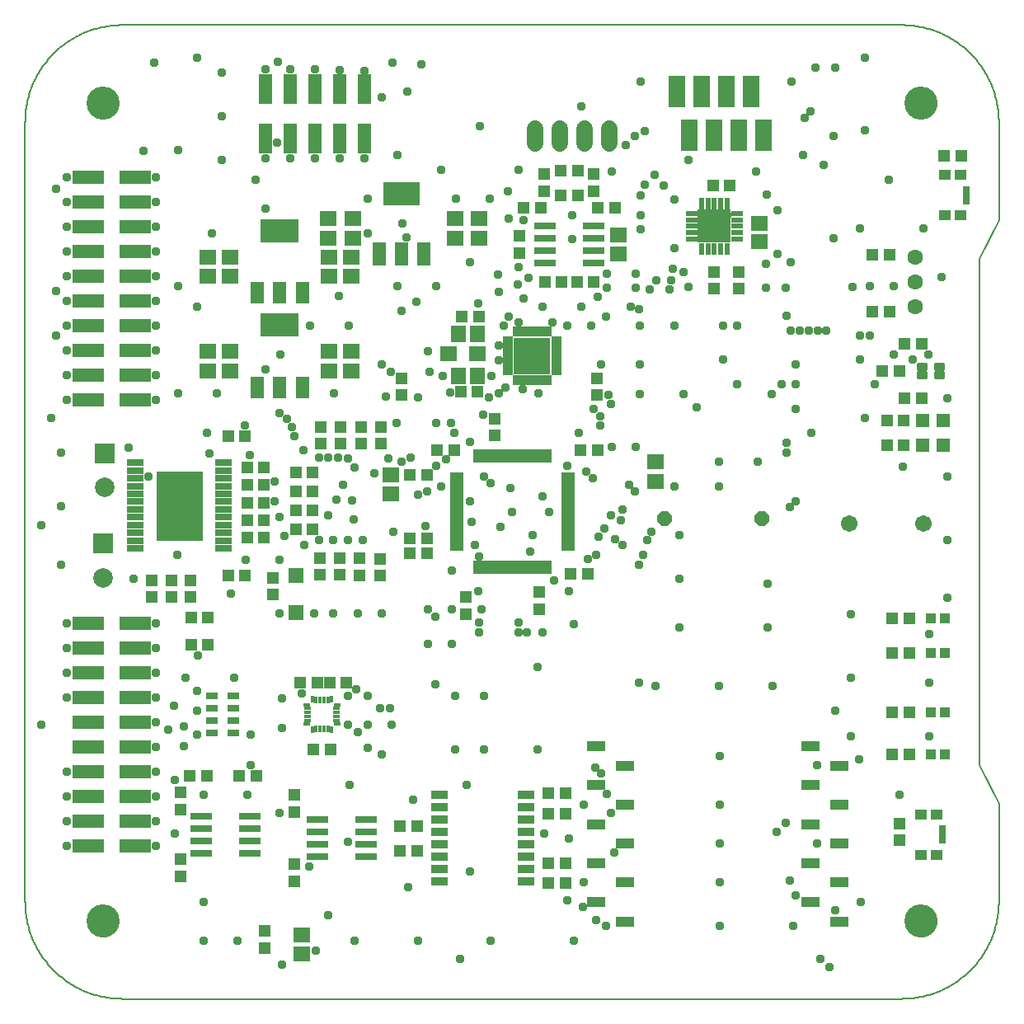
<source format=gts>
G75*
%MOIN*%
%OFA0B0*%
%FSLAX25Y25*%
%IPPOS*%
%LPD*%
%AMOC8*
5,1,8,0,0,1.08239X$1,22.5*
%
%ADD10C,0.00600*%
%ADD11C,0.00000*%
%ADD12C,0.13398*%
%ADD13R,0.12800X0.05800*%
%ADD14R,0.05800X0.12300*%
%ADD15R,0.07099X0.05918*%
%ADD16R,0.05300X0.08800*%
%ADD17R,0.15367X0.09461*%
%ADD18R,0.06706X0.12611*%
%ADD19R,0.03950X0.03950*%
%ADD20R,0.04737X0.05131*%
%ADD21R,0.05524X0.01981*%
%ADD22R,0.05524X0.02091*%
%ADD23R,0.01981X0.05524*%
%ADD24R,0.05052X0.04934*%
%ADD25R,0.04934X0.05052*%
%ADD26R,0.05131X0.04737*%
%ADD27R,0.04737X0.04343*%
%ADD28R,0.02965X0.07493*%
%ADD29C,0.01593*%
%ADD30C,0.06312*%
%ADD31R,0.08600X0.03000*%
%ADD32R,0.07493X0.04146*%
%ADD33R,0.05524X0.05524*%
%ADD34R,0.06706X0.05918*%
%ADD35R,0.04000X0.02000*%
%ADD36R,0.02000X0.04000*%
%ADD37R,0.14600X0.14600*%
%ADD38R,0.05918X0.07099*%
%ADD39R,0.07099X0.06312*%
%ADD40C,0.06706*%
%ADD41R,0.05131X0.03162*%
%ADD42R,0.01780X0.00414*%
%ADD43R,0.00414X0.01790*%
%ADD44R,0.01796X0.00398*%
%ADD45R,0.00404X0.01778*%
%ADD46R,0.00413X0.01781*%
%ADD47R,0.01799X0.00425*%
%ADD48R,0.00409X0.01784*%
%ADD49R,0.01778X0.00402*%
%ADD50R,0.01784X0.02749*%
%ADD51R,0.01784X0.03162*%
%ADD52R,0.02749X0.01784*%
%ADD53R,0.03162X0.01784*%
%ADD54OC8,0.05950*%
%ADD55R,0.06800X0.03300*%
%ADD56R,0.06706X0.02769*%
%ADD57R,0.18517X0.28359*%
%ADD58R,0.06312X0.06312*%
%ADD59R,0.07887X0.07887*%
%ADD60C,0.07887*%
%ADD61R,0.05600X0.09600*%
%ADD62R,0.14973X0.09461*%
%ADD63C,0.06800*%
%ADD64R,0.02178X0.04540*%
%ADD65R,0.04540X0.02178*%
%ADD66R,0.13595X0.13595*%
%ADD67C,0.03778*%
%ADD68C,0.04369*%
D10*
X0073544Y0042166D02*
X0388505Y0042166D01*
X0389456Y0042177D01*
X0390407Y0042212D01*
X0391357Y0042269D01*
X0392305Y0042350D01*
X0393251Y0042453D01*
X0394194Y0042579D01*
X0395133Y0042728D01*
X0396069Y0042899D01*
X0397000Y0043094D01*
X0397927Y0043310D01*
X0398848Y0043549D01*
X0399763Y0043810D01*
X0400671Y0044093D01*
X0401572Y0044398D01*
X0402466Y0044724D01*
X0403351Y0045073D01*
X0404228Y0045442D01*
X0405096Y0045832D01*
X0405953Y0046244D01*
X0406801Y0046676D01*
X0407638Y0047128D01*
X0408464Y0047600D01*
X0409278Y0048092D01*
X0410080Y0048604D01*
X0410870Y0049135D01*
X0411646Y0049685D01*
X0412409Y0050253D01*
X0413158Y0050840D01*
X0413892Y0051445D01*
X0414612Y0052067D01*
X0415317Y0052707D01*
X0416005Y0053363D01*
X0416678Y0054036D01*
X0417334Y0054724D01*
X0417974Y0055429D01*
X0418596Y0056149D01*
X0419201Y0056883D01*
X0419788Y0057632D01*
X0420356Y0058395D01*
X0420906Y0059171D01*
X0421437Y0059961D01*
X0421949Y0060763D01*
X0422441Y0061577D01*
X0422913Y0062403D01*
X0423365Y0063240D01*
X0423797Y0064088D01*
X0424209Y0064945D01*
X0424599Y0065813D01*
X0424968Y0066690D01*
X0425317Y0067575D01*
X0425643Y0068469D01*
X0425948Y0069370D01*
X0426231Y0070278D01*
X0426492Y0071193D01*
X0426731Y0072114D01*
X0426947Y0073041D01*
X0427142Y0073972D01*
X0427313Y0074908D01*
X0427462Y0075847D01*
X0427588Y0076790D01*
X0427691Y0077736D01*
X0427772Y0078684D01*
X0427829Y0079634D01*
X0427864Y0080585D01*
X0427875Y0081536D01*
X0427875Y0120906D01*
X0420001Y0136654D01*
X0420001Y0341379D01*
X0427875Y0357127D01*
X0427875Y0396497D01*
X0427864Y0397448D01*
X0427829Y0398399D01*
X0427772Y0399349D01*
X0427691Y0400297D01*
X0427588Y0401243D01*
X0427462Y0402186D01*
X0427313Y0403125D01*
X0427142Y0404061D01*
X0426947Y0404992D01*
X0426731Y0405919D01*
X0426492Y0406840D01*
X0426231Y0407755D01*
X0425948Y0408663D01*
X0425643Y0409564D01*
X0425317Y0410458D01*
X0424968Y0411343D01*
X0424599Y0412220D01*
X0424209Y0413088D01*
X0423797Y0413945D01*
X0423365Y0414793D01*
X0422913Y0415630D01*
X0422441Y0416456D01*
X0421949Y0417270D01*
X0421437Y0418072D01*
X0420906Y0418862D01*
X0420356Y0419638D01*
X0419788Y0420401D01*
X0419201Y0421150D01*
X0418596Y0421884D01*
X0417974Y0422604D01*
X0417334Y0423309D01*
X0416678Y0423997D01*
X0416005Y0424670D01*
X0415317Y0425326D01*
X0414612Y0425966D01*
X0413892Y0426588D01*
X0413158Y0427193D01*
X0412409Y0427780D01*
X0411646Y0428348D01*
X0410870Y0428898D01*
X0410080Y0429429D01*
X0409278Y0429941D01*
X0408464Y0430433D01*
X0407638Y0430905D01*
X0406801Y0431357D01*
X0405953Y0431789D01*
X0405096Y0432201D01*
X0404228Y0432591D01*
X0403351Y0432960D01*
X0402466Y0433309D01*
X0401572Y0433635D01*
X0400671Y0433940D01*
X0399763Y0434223D01*
X0398848Y0434484D01*
X0397927Y0434723D01*
X0397000Y0434939D01*
X0396069Y0435134D01*
X0395133Y0435305D01*
X0394194Y0435454D01*
X0393251Y0435580D01*
X0392305Y0435683D01*
X0391357Y0435764D01*
X0390407Y0435821D01*
X0389456Y0435856D01*
X0388505Y0435867D01*
X0073544Y0435867D01*
X0072593Y0435856D01*
X0071642Y0435821D01*
X0070692Y0435764D01*
X0069744Y0435683D01*
X0068798Y0435580D01*
X0067855Y0435454D01*
X0066916Y0435305D01*
X0065980Y0435134D01*
X0065049Y0434939D01*
X0064122Y0434723D01*
X0063201Y0434484D01*
X0062286Y0434223D01*
X0061378Y0433940D01*
X0060477Y0433635D01*
X0059583Y0433309D01*
X0058698Y0432960D01*
X0057821Y0432591D01*
X0056953Y0432201D01*
X0056096Y0431789D01*
X0055248Y0431357D01*
X0054411Y0430905D01*
X0053585Y0430433D01*
X0052771Y0429941D01*
X0051969Y0429429D01*
X0051179Y0428898D01*
X0050403Y0428348D01*
X0049640Y0427780D01*
X0048891Y0427193D01*
X0048157Y0426588D01*
X0047437Y0425966D01*
X0046732Y0425326D01*
X0046044Y0424670D01*
X0045371Y0423997D01*
X0044715Y0423309D01*
X0044075Y0422604D01*
X0043453Y0421884D01*
X0042848Y0421150D01*
X0042261Y0420401D01*
X0041693Y0419638D01*
X0041143Y0418862D01*
X0040612Y0418072D01*
X0040100Y0417270D01*
X0039608Y0416456D01*
X0039136Y0415630D01*
X0038684Y0414793D01*
X0038252Y0413945D01*
X0037840Y0413088D01*
X0037450Y0412220D01*
X0037081Y0411343D01*
X0036732Y0410458D01*
X0036406Y0409564D01*
X0036101Y0408663D01*
X0035818Y0407755D01*
X0035557Y0406840D01*
X0035318Y0405919D01*
X0035102Y0404992D01*
X0034907Y0404061D01*
X0034736Y0403125D01*
X0034587Y0402186D01*
X0034461Y0401243D01*
X0034358Y0400297D01*
X0034277Y0399349D01*
X0034220Y0398399D01*
X0034185Y0397448D01*
X0034174Y0396497D01*
X0034174Y0081536D01*
X0034185Y0080585D01*
X0034220Y0079634D01*
X0034277Y0078684D01*
X0034358Y0077736D01*
X0034461Y0076790D01*
X0034587Y0075847D01*
X0034736Y0074908D01*
X0034907Y0073972D01*
X0035102Y0073041D01*
X0035318Y0072114D01*
X0035557Y0071193D01*
X0035818Y0070278D01*
X0036101Y0069370D01*
X0036406Y0068469D01*
X0036732Y0067575D01*
X0037081Y0066690D01*
X0037450Y0065813D01*
X0037840Y0064945D01*
X0038252Y0064088D01*
X0038684Y0063240D01*
X0039136Y0062403D01*
X0039608Y0061577D01*
X0040100Y0060763D01*
X0040612Y0059961D01*
X0041143Y0059171D01*
X0041693Y0058395D01*
X0042261Y0057632D01*
X0042848Y0056883D01*
X0043453Y0056149D01*
X0044075Y0055429D01*
X0044715Y0054724D01*
X0045371Y0054036D01*
X0046044Y0053363D01*
X0046732Y0052707D01*
X0047437Y0052067D01*
X0048157Y0051445D01*
X0048891Y0050840D01*
X0049640Y0050253D01*
X0050403Y0049685D01*
X0051179Y0049135D01*
X0051969Y0048604D01*
X0052771Y0048092D01*
X0053585Y0047600D01*
X0054411Y0047128D01*
X0055248Y0046676D01*
X0056096Y0046244D01*
X0056953Y0045832D01*
X0057821Y0045442D01*
X0058698Y0045073D01*
X0059583Y0044724D01*
X0060477Y0044398D01*
X0061378Y0044093D01*
X0062286Y0043810D01*
X0063201Y0043549D01*
X0064122Y0043310D01*
X0065049Y0043094D01*
X0065980Y0042899D01*
X0066916Y0042728D01*
X0067855Y0042579D01*
X0068798Y0042453D01*
X0069744Y0042350D01*
X0070692Y0042269D01*
X0071642Y0042212D01*
X0072593Y0042177D01*
X0073544Y0042166D01*
D11*
X0059371Y0073662D02*
X0059373Y0073820D01*
X0059379Y0073978D01*
X0059389Y0074136D01*
X0059403Y0074294D01*
X0059421Y0074451D01*
X0059442Y0074608D01*
X0059468Y0074764D01*
X0059498Y0074920D01*
X0059531Y0075075D01*
X0059569Y0075228D01*
X0059610Y0075381D01*
X0059655Y0075533D01*
X0059704Y0075684D01*
X0059757Y0075833D01*
X0059813Y0075981D01*
X0059873Y0076127D01*
X0059937Y0076272D01*
X0060005Y0076415D01*
X0060076Y0076557D01*
X0060150Y0076697D01*
X0060228Y0076834D01*
X0060310Y0076970D01*
X0060394Y0077104D01*
X0060483Y0077235D01*
X0060574Y0077364D01*
X0060669Y0077491D01*
X0060766Y0077616D01*
X0060867Y0077738D01*
X0060971Y0077857D01*
X0061078Y0077974D01*
X0061188Y0078088D01*
X0061301Y0078199D01*
X0061416Y0078308D01*
X0061534Y0078413D01*
X0061655Y0078515D01*
X0061778Y0078615D01*
X0061904Y0078711D01*
X0062032Y0078804D01*
X0062162Y0078894D01*
X0062295Y0078980D01*
X0062430Y0079064D01*
X0062566Y0079143D01*
X0062705Y0079220D01*
X0062846Y0079292D01*
X0062988Y0079362D01*
X0063132Y0079427D01*
X0063278Y0079489D01*
X0063425Y0079547D01*
X0063574Y0079602D01*
X0063724Y0079653D01*
X0063875Y0079700D01*
X0064027Y0079743D01*
X0064180Y0079782D01*
X0064335Y0079818D01*
X0064490Y0079849D01*
X0064646Y0079877D01*
X0064802Y0079901D01*
X0064959Y0079921D01*
X0065117Y0079937D01*
X0065274Y0079949D01*
X0065433Y0079957D01*
X0065591Y0079961D01*
X0065749Y0079961D01*
X0065907Y0079957D01*
X0066066Y0079949D01*
X0066223Y0079937D01*
X0066381Y0079921D01*
X0066538Y0079901D01*
X0066694Y0079877D01*
X0066850Y0079849D01*
X0067005Y0079818D01*
X0067160Y0079782D01*
X0067313Y0079743D01*
X0067465Y0079700D01*
X0067616Y0079653D01*
X0067766Y0079602D01*
X0067915Y0079547D01*
X0068062Y0079489D01*
X0068208Y0079427D01*
X0068352Y0079362D01*
X0068494Y0079292D01*
X0068635Y0079220D01*
X0068774Y0079143D01*
X0068910Y0079064D01*
X0069045Y0078980D01*
X0069178Y0078894D01*
X0069308Y0078804D01*
X0069436Y0078711D01*
X0069562Y0078615D01*
X0069685Y0078515D01*
X0069806Y0078413D01*
X0069924Y0078308D01*
X0070039Y0078199D01*
X0070152Y0078088D01*
X0070262Y0077974D01*
X0070369Y0077857D01*
X0070473Y0077738D01*
X0070574Y0077616D01*
X0070671Y0077491D01*
X0070766Y0077364D01*
X0070857Y0077235D01*
X0070946Y0077104D01*
X0071030Y0076970D01*
X0071112Y0076834D01*
X0071190Y0076697D01*
X0071264Y0076557D01*
X0071335Y0076415D01*
X0071403Y0076272D01*
X0071467Y0076127D01*
X0071527Y0075981D01*
X0071583Y0075833D01*
X0071636Y0075684D01*
X0071685Y0075533D01*
X0071730Y0075381D01*
X0071771Y0075228D01*
X0071809Y0075075D01*
X0071842Y0074920D01*
X0071872Y0074764D01*
X0071898Y0074608D01*
X0071919Y0074451D01*
X0071937Y0074294D01*
X0071951Y0074136D01*
X0071961Y0073978D01*
X0071967Y0073820D01*
X0071969Y0073662D01*
X0071967Y0073504D01*
X0071961Y0073346D01*
X0071951Y0073188D01*
X0071937Y0073030D01*
X0071919Y0072873D01*
X0071898Y0072716D01*
X0071872Y0072560D01*
X0071842Y0072404D01*
X0071809Y0072249D01*
X0071771Y0072096D01*
X0071730Y0071943D01*
X0071685Y0071791D01*
X0071636Y0071640D01*
X0071583Y0071491D01*
X0071527Y0071343D01*
X0071467Y0071197D01*
X0071403Y0071052D01*
X0071335Y0070909D01*
X0071264Y0070767D01*
X0071190Y0070627D01*
X0071112Y0070490D01*
X0071030Y0070354D01*
X0070946Y0070220D01*
X0070857Y0070089D01*
X0070766Y0069960D01*
X0070671Y0069833D01*
X0070574Y0069708D01*
X0070473Y0069586D01*
X0070369Y0069467D01*
X0070262Y0069350D01*
X0070152Y0069236D01*
X0070039Y0069125D01*
X0069924Y0069016D01*
X0069806Y0068911D01*
X0069685Y0068809D01*
X0069562Y0068709D01*
X0069436Y0068613D01*
X0069308Y0068520D01*
X0069178Y0068430D01*
X0069045Y0068344D01*
X0068910Y0068260D01*
X0068774Y0068181D01*
X0068635Y0068104D01*
X0068494Y0068032D01*
X0068352Y0067962D01*
X0068208Y0067897D01*
X0068062Y0067835D01*
X0067915Y0067777D01*
X0067766Y0067722D01*
X0067616Y0067671D01*
X0067465Y0067624D01*
X0067313Y0067581D01*
X0067160Y0067542D01*
X0067005Y0067506D01*
X0066850Y0067475D01*
X0066694Y0067447D01*
X0066538Y0067423D01*
X0066381Y0067403D01*
X0066223Y0067387D01*
X0066066Y0067375D01*
X0065907Y0067367D01*
X0065749Y0067363D01*
X0065591Y0067363D01*
X0065433Y0067367D01*
X0065274Y0067375D01*
X0065117Y0067387D01*
X0064959Y0067403D01*
X0064802Y0067423D01*
X0064646Y0067447D01*
X0064490Y0067475D01*
X0064335Y0067506D01*
X0064180Y0067542D01*
X0064027Y0067581D01*
X0063875Y0067624D01*
X0063724Y0067671D01*
X0063574Y0067722D01*
X0063425Y0067777D01*
X0063278Y0067835D01*
X0063132Y0067897D01*
X0062988Y0067962D01*
X0062846Y0068032D01*
X0062705Y0068104D01*
X0062566Y0068181D01*
X0062430Y0068260D01*
X0062295Y0068344D01*
X0062162Y0068430D01*
X0062032Y0068520D01*
X0061904Y0068613D01*
X0061778Y0068709D01*
X0061655Y0068809D01*
X0061534Y0068911D01*
X0061416Y0069016D01*
X0061301Y0069125D01*
X0061188Y0069236D01*
X0061078Y0069350D01*
X0060971Y0069467D01*
X0060867Y0069586D01*
X0060766Y0069708D01*
X0060669Y0069833D01*
X0060574Y0069960D01*
X0060483Y0070089D01*
X0060394Y0070220D01*
X0060310Y0070354D01*
X0060228Y0070490D01*
X0060150Y0070627D01*
X0060076Y0070767D01*
X0060005Y0070909D01*
X0059937Y0071052D01*
X0059873Y0071197D01*
X0059813Y0071343D01*
X0059757Y0071491D01*
X0059704Y0071640D01*
X0059655Y0071791D01*
X0059610Y0071943D01*
X0059569Y0072096D01*
X0059531Y0072249D01*
X0059498Y0072404D01*
X0059468Y0072560D01*
X0059442Y0072716D01*
X0059421Y0072873D01*
X0059403Y0073030D01*
X0059389Y0073188D01*
X0059379Y0073346D01*
X0059373Y0073504D01*
X0059371Y0073662D01*
X0059371Y0404371D02*
X0059373Y0404529D01*
X0059379Y0404687D01*
X0059389Y0404845D01*
X0059403Y0405003D01*
X0059421Y0405160D01*
X0059442Y0405317D01*
X0059468Y0405473D01*
X0059498Y0405629D01*
X0059531Y0405784D01*
X0059569Y0405937D01*
X0059610Y0406090D01*
X0059655Y0406242D01*
X0059704Y0406393D01*
X0059757Y0406542D01*
X0059813Y0406690D01*
X0059873Y0406836D01*
X0059937Y0406981D01*
X0060005Y0407124D01*
X0060076Y0407266D01*
X0060150Y0407406D01*
X0060228Y0407543D01*
X0060310Y0407679D01*
X0060394Y0407813D01*
X0060483Y0407944D01*
X0060574Y0408073D01*
X0060669Y0408200D01*
X0060766Y0408325D01*
X0060867Y0408447D01*
X0060971Y0408566D01*
X0061078Y0408683D01*
X0061188Y0408797D01*
X0061301Y0408908D01*
X0061416Y0409017D01*
X0061534Y0409122D01*
X0061655Y0409224D01*
X0061778Y0409324D01*
X0061904Y0409420D01*
X0062032Y0409513D01*
X0062162Y0409603D01*
X0062295Y0409689D01*
X0062430Y0409773D01*
X0062566Y0409852D01*
X0062705Y0409929D01*
X0062846Y0410001D01*
X0062988Y0410071D01*
X0063132Y0410136D01*
X0063278Y0410198D01*
X0063425Y0410256D01*
X0063574Y0410311D01*
X0063724Y0410362D01*
X0063875Y0410409D01*
X0064027Y0410452D01*
X0064180Y0410491D01*
X0064335Y0410527D01*
X0064490Y0410558D01*
X0064646Y0410586D01*
X0064802Y0410610D01*
X0064959Y0410630D01*
X0065117Y0410646D01*
X0065274Y0410658D01*
X0065433Y0410666D01*
X0065591Y0410670D01*
X0065749Y0410670D01*
X0065907Y0410666D01*
X0066066Y0410658D01*
X0066223Y0410646D01*
X0066381Y0410630D01*
X0066538Y0410610D01*
X0066694Y0410586D01*
X0066850Y0410558D01*
X0067005Y0410527D01*
X0067160Y0410491D01*
X0067313Y0410452D01*
X0067465Y0410409D01*
X0067616Y0410362D01*
X0067766Y0410311D01*
X0067915Y0410256D01*
X0068062Y0410198D01*
X0068208Y0410136D01*
X0068352Y0410071D01*
X0068494Y0410001D01*
X0068635Y0409929D01*
X0068774Y0409852D01*
X0068910Y0409773D01*
X0069045Y0409689D01*
X0069178Y0409603D01*
X0069308Y0409513D01*
X0069436Y0409420D01*
X0069562Y0409324D01*
X0069685Y0409224D01*
X0069806Y0409122D01*
X0069924Y0409017D01*
X0070039Y0408908D01*
X0070152Y0408797D01*
X0070262Y0408683D01*
X0070369Y0408566D01*
X0070473Y0408447D01*
X0070574Y0408325D01*
X0070671Y0408200D01*
X0070766Y0408073D01*
X0070857Y0407944D01*
X0070946Y0407813D01*
X0071030Y0407679D01*
X0071112Y0407543D01*
X0071190Y0407406D01*
X0071264Y0407266D01*
X0071335Y0407124D01*
X0071403Y0406981D01*
X0071467Y0406836D01*
X0071527Y0406690D01*
X0071583Y0406542D01*
X0071636Y0406393D01*
X0071685Y0406242D01*
X0071730Y0406090D01*
X0071771Y0405937D01*
X0071809Y0405784D01*
X0071842Y0405629D01*
X0071872Y0405473D01*
X0071898Y0405317D01*
X0071919Y0405160D01*
X0071937Y0405003D01*
X0071951Y0404845D01*
X0071961Y0404687D01*
X0071967Y0404529D01*
X0071969Y0404371D01*
X0071967Y0404213D01*
X0071961Y0404055D01*
X0071951Y0403897D01*
X0071937Y0403739D01*
X0071919Y0403582D01*
X0071898Y0403425D01*
X0071872Y0403269D01*
X0071842Y0403113D01*
X0071809Y0402958D01*
X0071771Y0402805D01*
X0071730Y0402652D01*
X0071685Y0402500D01*
X0071636Y0402349D01*
X0071583Y0402200D01*
X0071527Y0402052D01*
X0071467Y0401906D01*
X0071403Y0401761D01*
X0071335Y0401618D01*
X0071264Y0401476D01*
X0071190Y0401336D01*
X0071112Y0401199D01*
X0071030Y0401063D01*
X0070946Y0400929D01*
X0070857Y0400798D01*
X0070766Y0400669D01*
X0070671Y0400542D01*
X0070574Y0400417D01*
X0070473Y0400295D01*
X0070369Y0400176D01*
X0070262Y0400059D01*
X0070152Y0399945D01*
X0070039Y0399834D01*
X0069924Y0399725D01*
X0069806Y0399620D01*
X0069685Y0399518D01*
X0069562Y0399418D01*
X0069436Y0399322D01*
X0069308Y0399229D01*
X0069178Y0399139D01*
X0069045Y0399053D01*
X0068910Y0398969D01*
X0068774Y0398890D01*
X0068635Y0398813D01*
X0068494Y0398741D01*
X0068352Y0398671D01*
X0068208Y0398606D01*
X0068062Y0398544D01*
X0067915Y0398486D01*
X0067766Y0398431D01*
X0067616Y0398380D01*
X0067465Y0398333D01*
X0067313Y0398290D01*
X0067160Y0398251D01*
X0067005Y0398215D01*
X0066850Y0398184D01*
X0066694Y0398156D01*
X0066538Y0398132D01*
X0066381Y0398112D01*
X0066223Y0398096D01*
X0066066Y0398084D01*
X0065907Y0398076D01*
X0065749Y0398072D01*
X0065591Y0398072D01*
X0065433Y0398076D01*
X0065274Y0398084D01*
X0065117Y0398096D01*
X0064959Y0398112D01*
X0064802Y0398132D01*
X0064646Y0398156D01*
X0064490Y0398184D01*
X0064335Y0398215D01*
X0064180Y0398251D01*
X0064027Y0398290D01*
X0063875Y0398333D01*
X0063724Y0398380D01*
X0063574Y0398431D01*
X0063425Y0398486D01*
X0063278Y0398544D01*
X0063132Y0398606D01*
X0062988Y0398671D01*
X0062846Y0398741D01*
X0062705Y0398813D01*
X0062566Y0398890D01*
X0062430Y0398969D01*
X0062295Y0399053D01*
X0062162Y0399139D01*
X0062032Y0399229D01*
X0061904Y0399322D01*
X0061778Y0399418D01*
X0061655Y0399518D01*
X0061534Y0399620D01*
X0061416Y0399725D01*
X0061301Y0399834D01*
X0061188Y0399945D01*
X0061078Y0400059D01*
X0060971Y0400176D01*
X0060867Y0400295D01*
X0060766Y0400417D01*
X0060669Y0400542D01*
X0060574Y0400669D01*
X0060483Y0400798D01*
X0060394Y0400929D01*
X0060310Y0401063D01*
X0060228Y0401199D01*
X0060150Y0401336D01*
X0060076Y0401476D01*
X0060005Y0401618D01*
X0059937Y0401761D01*
X0059873Y0401906D01*
X0059813Y0402052D01*
X0059757Y0402200D01*
X0059704Y0402349D01*
X0059655Y0402500D01*
X0059610Y0402652D01*
X0059569Y0402805D01*
X0059531Y0402958D01*
X0059498Y0403113D01*
X0059468Y0403269D01*
X0059442Y0403425D01*
X0059421Y0403582D01*
X0059403Y0403739D01*
X0059389Y0403897D01*
X0059379Y0404055D01*
X0059373Y0404213D01*
X0059371Y0404371D01*
X0390080Y0404371D02*
X0390082Y0404529D01*
X0390088Y0404687D01*
X0390098Y0404845D01*
X0390112Y0405003D01*
X0390130Y0405160D01*
X0390151Y0405317D01*
X0390177Y0405473D01*
X0390207Y0405629D01*
X0390240Y0405784D01*
X0390278Y0405937D01*
X0390319Y0406090D01*
X0390364Y0406242D01*
X0390413Y0406393D01*
X0390466Y0406542D01*
X0390522Y0406690D01*
X0390582Y0406836D01*
X0390646Y0406981D01*
X0390714Y0407124D01*
X0390785Y0407266D01*
X0390859Y0407406D01*
X0390937Y0407543D01*
X0391019Y0407679D01*
X0391103Y0407813D01*
X0391192Y0407944D01*
X0391283Y0408073D01*
X0391378Y0408200D01*
X0391475Y0408325D01*
X0391576Y0408447D01*
X0391680Y0408566D01*
X0391787Y0408683D01*
X0391897Y0408797D01*
X0392010Y0408908D01*
X0392125Y0409017D01*
X0392243Y0409122D01*
X0392364Y0409224D01*
X0392487Y0409324D01*
X0392613Y0409420D01*
X0392741Y0409513D01*
X0392871Y0409603D01*
X0393004Y0409689D01*
X0393139Y0409773D01*
X0393275Y0409852D01*
X0393414Y0409929D01*
X0393555Y0410001D01*
X0393697Y0410071D01*
X0393841Y0410136D01*
X0393987Y0410198D01*
X0394134Y0410256D01*
X0394283Y0410311D01*
X0394433Y0410362D01*
X0394584Y0410409D01*
X0394736Y0410452D01*
X0394889Y0410491D01*
X0395044Y0410527D01*
X0395199Y0410558D01*
X0395355Y0410586D01*
X0395511Y0410610D01*
X0395668Y0410630D01*
X0395826Y0410646D01*
X0395983Y0410658D01*
X0396142Y0410666D01*
X0396300Y0410670D01*
X0396458Y0410670D01*
X0396616Y0410666D01*
X0396775Y0410658D01*
X0396932Y0410646D01*
X0397090Y0410630D01*
X0397247Y0410610D01*
X0397403Y0410586D01*
X0397559Y0410558D01*
X0397714Y0410527D01*
X0397869Y0410491D01*
X0398022Y0410452D01*
X0398174Y0410409D01*
X0398325Y0410362D01*
X0398475Y0410311D01*
X0398624Y0410256D01*
X0398771Y0410198D01*
X0398917Y0410136D01*
X0399061Y0410071D01*
X0399203Y0410001D01*
X0399344Y0409929D01*
X0399483Y0409852D01*
X0399619Y0409773D01*
X0399754Y0409689D01*
X0399887Y0409603D01*
X0400017Y0409513D01*
X0400145Y0409420D01*
X0400271Y0409324D01*
X0400394Y0409224D01*
X0400515Y0409122D01*
X0400633Y0409017D01*
X0400748Y0408908D01*
X0400861Y0408797D01*
X0400971Y0408683D01*
X0401078Y0408566D01*
X0401182Y0408447D01*
X0401283Y0408325D01*
X0401380Y0408200D01*
X0401475Y0408073D01*
X0401566Y0407944D01*
X0401655Y0407813D01*
X0401739Y0407679D01*
X0401821Y0407543D01*
X0401899Y0407406D01*
X0401973Y0407266D01*
X0402044Y0407124D01*
X0402112Y0406981D01*
X0402176Y0406836D01*
X0402236Y0406690D01*
X0402292Y0406542D01*
X0402345Y0406393D01*
X0402394Y0406242D01*
X0402439Y0406090D01*
X0402480Y0405937D01*
X0402518Y0405784D01*
X0402551Y0405629D01*
X0402581Y0405473D01*
X0402607Y0405317D01*
X0402628Y0405160D01*
X0402646Y0405003D01*
X0402660Y0404845D01*
X0402670Y0404687D01*
X0402676Y0404529D01*
X0402678Y0404371D01*
X0402676Y0404213D01*
X0402670Y0404055D01*
X0402660Y0403897D01*
X0402646Y0403739D01*
X0402628Y0403582D01*
X0402607Y0403425D01*
X0402581Y0403269D01*
X0402551Y0403113D01*
X0402518Y0402958D01*
X0402480Y0402805D01*
X0402439Y0402652D01*
X0402394Y0402500D01*
X0402345Y0402349D01*
X0402292Y0402200D01*
X0402236Y0402052D01*
X0402176Y0401906D01*
X0402112Y0401761D01*
X0402044Y0401618D01*
X0401973Y0401476D01*
X0401899Y0401336D01*
X0401821Y0401199D01*
X0401739Y0401063D01*
X0401655Y0400929D01*
X0401566Y0400798D01*
X0401475Y0400669D01*
X0401380Y0400542D01*
X0401283Y0400417D01*
X0401182Y0400295D01*
X0401078Y0400176D01*
X0400971Y0400059D01*
X0400861Y0399945D01*
X0400748Y0399834D01*
X0400633Y0399725D01*
X0400515Y0399620D01*
X0400394Y0399518D01*
X0400271Y0399418D01*
X0400145Y0399322D01*
X0400017Y0399229D01*
X0399887Y0399139D01*
X0399754Y0399053D01*
X0399619Y0398969D01*
X0399483Y0398890D01*
X0399344Y0398813D01*
X0399203Y0398741D01*
X0399061Y0398671D01*
X0398917Y0398606D01*
X0398771Y0398544D01*
X0398624Y0398486D01*
X0398475Y0398431D01*
X0398325Y0398380D01*
X0398174Y0398333D01*
X0398022Y0398290D01*
X0397869Y0398251D01*
X0397714Y0398215D01*
X0397559Y0398184D01*
X0397403Y0398156D01*
X0397247Y0398132D01*
X0397090Y0398112D01*
X0396932Y0398096D01*
X0396775Y0398084D01*
X0396616Y0398076D01*
X0396458Y0398072D01*
X0396300Y0398072D01*
X0396142Y0398076D01*
X0395983Y0398084D01*
X0395826Y0398096D01*
X0395668Y0398112D01*
X0395511Y0398132D01*
X0395355Y0398156D01*
X0395199Y0398184D01*
X0395044Y0398215D01*
X0394889Y0398251D01*
X0394736Y0398290D01*
X0394584Y0398333D01*
X0394433Y0398380D01*
X0394283Y0398431D01*
X0394134Y0398486D01*
X0393987Y0398544D01*
X0393841Y0398606D01*
X0393697Y0398671D01*
X0393555Y0398741D01*
X0393414Y0398813D01*
X0393275Y0398890D01*
X0393139Y0398969D01*
X0393004Y0399053D01*
X0392871Y0399139D01*
X0392741Y0399229D01*
X0392613Y0399322D01*
X0392487Y0399418D01*
X0392364Y0399518D01*
X0392243Y0399620D01*
X0392125Y0399725D01*
X0392010Y0399834D01*
X0391897Y0399945D01*
X0391787Y0400059D01*
X0391680Y0400176D01*
X0391576Y0400295D01*
X0391475Y0400417D01*
X0391378Y0400542D01*
X0391283Y0400669D01*
X0391192Y0400798D01*
X0391103Y0400929D01*
X0391019Y0401063D01*
X0390937Y0401199D01*
X0390859Y0401336D01*
X0390785Y0401476D01*
X0390714Y0401618D01*
X0390646Y0401761D01*
X0390582Y0401906D01*
X0390522Y0402052D01*
X0390466Y0402200D01*
X0390413Y0402349D01*
X0390364Y0402500D01*
X0390319Y0402652D01*
X0390278Y0402805D01*
X0390240Y0402958D01*
X0390207Y0403113D01*
X0390177Y0403269D01*
X0390151Y0403425D01*
X0390130Y0403582D01*
X0390112Y0403739D01*
X0390098Y0403897D01*
X0390088Y0404055D01*
X0390082Y0404213D01*
X0390080Y0404371D01*
X0390080Y0073662D02*
X0390082Y0073820D01*
X0390088Y0073978D01*
X0390098Y0074136D01*
X0390112Y0074294D01*
X0390130Y0074451D01*
X0390151Y0074608D01*
X0390177Y0074764D01*
X0390207Y0074920D01*
X0390240Y0075075D01*
X0390278Y0075228D01*
X0390319Y0075381D01*
X0390364Y0075533D01*
X0390413Y0075684D01*
X0390466Y0075833D01*
X0390522Y0075981D01*
X0390582Y0076127D01*
X0390646Y0076272D01*
X0390714Y0076415D01*
X0390785Y0076557D01*
X0390859Y0076697D01*
X0390937Y0076834D01*
X0391019Y0076970D01*
X0391103Y0077104D01*
X0391192Y0077235D01*
X0391283Y0077364D01*
X0391378Y0077491D01*
X0391475Y0077616D01*
X0391576Y0077738D01*
X0391680Y0077857D01*
X0391787Y0077974D01*
X0391897Y0078088D01*
X0392010Y0078199D01*
X0392125Y0078308D01*
X0392243Y0078413D01*
X0392364Y0078515D01*
X0392487Y0078615D01*
X0392613Y0078711D01*
X0392741Y0078804D01*
X0392871Y0078894D01*
X0393004Y0078980D01*
X0393139Y0079064D01*
X0393275Y0079143D01*
X0393414Y0079220D01*
X0393555Y0079292D01*
X0393697Y0079362D01*
X0393841Y0079427D01*
X0393987Y0079489D01*
X0394134Y0079547D01*
X0394283Y0079602D01*
X0394433Y0079653D01*
X0394584Y0079700D01*
X0394736Y0079743D01*
X0394889Y0079782D01*
X0395044Y0079818D01*
X0395199Y0079849D01*
X0395355Y0079877D01*
X0395511Y0079901D01*
X0395668Y0079921D01*
X0395826Y0079937D01*
X0395983Y0079949D01*
X0396142Y0079957D01*
X0396300Y0079961D01*
X0396458Y0079961D01*
X0396616Y0079957D01*
X0396775Y0079949D01*
X0396932Y0079937D01*
X0397090Y0079921D01*
X0397247Y0079901D01*
X0397403Y0079877D01*
X0397559Y0079849D01*
X0397714Y0079818D01*
X0397869Y0079782D01*
X0398022Y0079743D01*
X0398174Y0079700D01*
X0398325Y0079653D01*
X0398475Y0079602D01*
X0398624Y0079547D01*
X0398771Y0079489D01*
X0398917Y0079427D01*
X0399061Y0079362D01*
X0399203Y0079292D01*
X0399344Y0079220D01*
X0399483Y0079143D01*
X0399619Y0079064D01*
X0399754Y0078980D01*
X0399887Y0078894D01*
X0400017Y0078804D01*
X0400145Y0078711D01*
X0400271Y0078615D01*
X0400394Y0078515D01*
X0400515Y0078413D01*
X0400633Y0078308D01*
X0400748Y0078199D01*
X0400861Y0078088D01*
X0400971Y0077974D01*
X0401078Y0077857D01*
X0401182Y0077738D01*
X0401283Y0077616D01*
X0401380Y0077491D01*
X0401475Y0077364D01*
X0401566Y0077235D01*
X0401655Y0077104D01*
X0401739Y0076970D01*
X0401821Y0076834D01*
X0401899Y0076697D01*
X0401973Y0076557D01*
X0402044Y0076415D01*
X0402112Y0076272D01*
X0402176Y0076127D01*
X0402236Y0075981D01*
X0402292Y0075833D01*
X0402345Y0075684D01*
X0402394Y0075533D01*
X0402439Y0075381D01*
X0402480Y0075228D01*
X0402518Y0075075D01*
X0402551Y0074920D01*
X0402581Y0074764D01*
X0402607Y0074608D01*
X0402628Y0074451D01*
X0402646Y0074294D01*
X0402660Y0074136D01*
X0402670Y0073978D01*
X0402676Y0073820D01*
X0402678Y0073662D01*
X0402676Y0073504D01*
X0402670Y0073346D01*
X0402660Y0073188D01*
X0402646Y0073030D01*
X0402628Y0072873D01*
X0402607Y0072716D01*
X0402581Y0072560D01*
X0402551Y0072404D01*
X0402518Y0072249D01*
X0402480Y0072096D01*
X0402439Y0071943D01*
X0402394Y0071791D01*
X0402345Y0071640D01*
X0402292Y0071491D01*
X0402236Y0071343D01*
X0402176Y0071197D01*
X0402112Y0071052D01*
X0402044Y0070909D01*
X0401973Y0070767D01*
X0401899Y0070627D01*
X0401821Y0070490D01*
X0401739Y0070354D01*
X0401655Y0070220D01*
X0401566Y0070089D01*
X0401475Y0069960D01*
X0401380Y0069833D01*
X0401283Y0069708D01*
X0401182Y0069586D01*
X0401078Y0069467D01*
X0400971Y0069350D01*
X0400861Y0069236D01*
X0400748Y0069125D01*
X0400633Y0069016D01*
X0400515Y0068911D01*
X0400394Y0068809D01*
X0400271Y0068709D01*
X0400145Y0068613D01*
X0400017Y0068520D01*
X0399887Y0068430D01*
X0399754Y0068344D01*
X0399619Y0068260D01*
X0399483Y0068181D01*
X0399344Y0068104D01*
X0399203Y0068032D01*
X0399061Y0067962D01*
X0398917Y0067897D01*
X0398771Y0067835D01*
X0398624Y0067777D01*
X0398475Y0067722D01*
X0398325Y0067671D01*
X0398174Y0067624D01*
X0398022Y0067581D01*
X0397869Y0067542D01*
X0397714Y0067506D01*
X0397559Y0067475D01*
X0397403Y0067447D01*
X0397247Y0067423D01*
X0397090Y0067403D01*
X0396932Y0067387D01*
X0396775Y0067375D01*
X0396616Y0067367D01*
X0396458Y0067363D01*
X0396300Y0067363D01*
X0396142Y0067367D01*
X0395983Y0067375D01*
X0395826Y0067387D01*
X0395668Y0067403D01*
X0395511Y0067423D01*
X0395355Y0067447D01*
X0395199Y0067475D01*
X0395044Y0067506D01*
X0394889Y0067542D01*
X0394736Y0067581D01*
X0394584Y0067624D01*
X0394433Y0067671D01*
X0394283Y0067722D01*
X0394134Y0067777D01*
X0393987Y0067835D01*
X0393841Y0067897D01*
X0393697Y0067962D01*
X0393555Y0068032D01*
X0393414Y0068104D01*
X0393275Y0068181D01*
X0393139Y0068260D01*
X0393004Y0068344D01*
X0392871Y0068430D01*
X0392741Y0068520D01*
X0392613Y0068613D01*
X0392487Y0068709D01*
X0392364Y0068809D01*
X0392243Y0068911D01*
X0392125Y0069016D01*
X0392010Y0069125D01*
X0391897Y0069236D01*
X0391787Y0069350D01*
X0391680Y0069467D01*
X0391576Y0069586D01*
X0391475Y0069708D01*
X0391378Y0069833D01*
X0391283Y0069960D01*
X0391192Y0070089D01*
X0391103Y0070220D01*
X0391019Y0070354D01*
X0390937Y0070490D01*
X0390859Y0070627D01*
X0390785Y0070767D01*
X0390714Y0070909D01*
X0390646Y0071052D01*
X0390582Y0071197D01*
X0390522Y0071343D01*
X0390466Y0071491D01*
X0390413Y0071640D01*
X0390364Y0071791D01*
X0390319Y0071943D01*
X0390278Y0072096D01*
X0390240Y0072249D01*
X0390207Y0072404D01*
X0390177Y0072560D01*
X0390151Y0072716D01*
X0390130Y0072873D01*
X0390112Y0073030D01*
X0390098Y0073188D01*
X0390088Y0073346D01*
X0390082Y0073504D01*
X0390080Y0073662D01*
D12*
X0396379Y0073662D03*
X0065670Y0073662D03*
X0065670Y0404371D03*
X0396379Y0404371D03*
D13*
X0078674Y0374269D03*
X0078674Y0364269D03*
X0078674Y0354269D03*
X0078674Y0344269D03*
X0078674Y0334269D03*
X0078674Y0324269D03*
X0078674Y0314269D03*
X0078674Y0304269D03*
X0078674Y0294269D03*
X0078674Y0284269D03*
X0059674Y0284269D03*
X0059674Y0294269D03*
X0059674Y0304269D03*
X0059674Y0314269D03*
X0059674Y0324269D03*
X0059674Y0334269D03*
X0059674Y0344269D03*
X0059674Y0354269D03*
X0059674Y0364269D03*
X0059674Y0374269D03*
X0059674Y0194056D03*
X0059674Y0184056D03*
X0059674Y0174056D03*
X0059674Y0164056D03*
X0059674Y0154056D03*
X0059674Y0144056D03*
X0059674Y0134056D03*
X0059674Y0124056D03*
X0059674Y0114056D03*
X0059674Y0104056D03*
X0078674Y0104056D03*
X0078674Y0114056D03*
X0078674Y0124056D03*
X0078674Y0134056D03*
X0078674Y0144056D03*
X0078674Y0154056D03*
X0078674Y0164056D03*
X0078674Y0174056D03*
X0078674Y0184056D03*
X0078674Y0194056D03*
D14*
X0131308Y0389876D03*
X0141308Y0389876D03*
X0151308Y0389876D03*
X0161308Y0389876D03*
X0171308Y0389876D03*
X0171308Y0410126D03*
X0161308Y0410126D03*
X0151308Y0410126D03*
X0141308Y0410126D03*
X0131308Y0410126D03*
D15*
X0156812Y0357599D03*
X0156812Y0349725D03*
X0157174Y0342103D03*
X0157174Y0334229D03*
X0166174Y0334229D03*
X0166174Y0342103D03*
X0166654Y0349725D03*
X0166654Y0357599D03*
X0207993Y0357599D03*
X0207993Y0349725D03*
X0217835Y0349725D03*
X0217835Y0357599D03*
X0166174Y0303977D03*
X0166174Y0296103D03*
X0157174Y0296103D03*
X0157174Y0303977D03*
X0117174Y0303977D03*
X0117174Y0296103D03*
X0108174Y0296103D03*
X0108174Y0303977D03*
X0108174Y0334229D03*
X0108174Y0342103D03*
X0117174Y0342103D03*
X0117174Y0334229D03*
X0182174Y0254103D03*
X0182174Y0246229D03*
X0289127Y0251434D03*
X0289127Y0259308D03*
X0146174Y0068103D03*
X0146174Y0060229D03*
D16*
X0146274Y0289440D03*
X0137174Y0289440D03*
X0128074Y0289440D03*
X0128074Y0327566D03*
X0137174Y0327566D03*
X0146274Y0327566D03*
D17*
X0137174Y0314640D03*
X0137174Y0352766D03*
D18*
X0297674Y0409024D03*
X0307674Y0409024D03*
X0317674Y0409024D03*
X0327674Y0409024D03*
X0322674Y0391308D03*
X0312674Y0391308D03*
X0302674Y0391308D03*
X0332674Y0391308D03*
D19*
X0400221Y0196166D03*
X0406127Y0196166D03*
X0406127Y0182166D03*
X0400221Y0182166D03*
X0400221Y0158166D03*
X0406127Y0158166D03*
X0406127Y0141166D03*
X0400221Y0141166D03*
D20*
X0391520Y0141166D03*
X0384828Y0141166D03*
X0384828Y0158166D03*
X0391520Y0158166D03*
X0391520Y0182166D03*
X0384828Y0182166D03*
X0384828Y0196166D03*
X0391520Y0196166D03*
X0389489Y0266103D03*
X0382796Y0266103D03*
X0382796Y0276103D03*
X0389489Y0276103D03*
X0389828Y0285166D03*
X0396520Y0285166D03*
X0387520Y0296166D03*
X0380828Y0296166D03*
X0389828Y0307166D03*
X0396520Y0307166D03*
X0383520Y0320166D03*
X0376828Y0320166D03*
X0376828Y0343166D03*
X0383520Y0343166D03*
X0322796Y0335946D03*
X0322796Y0329253D03*
X0312796Y0329253D03*
X0312796Y0335946D03*
X0264020Y0332166D03*
X0257328Y0332166D03*
X0234174Y0343820D03*
X0234174Y0350513D03*
X0250828Y0377166D03*
X0257520Y0377166D03*
X0150276Y0254843D03*
X0143583Y0254843D03*
X0143520Y0247316D03*
X0150213Y0247316D03*
X0150276Y0239725D03*
X0143583Y0239725D03*
X0143583Y0232166D03*
X0150276Y0232166D03*
X0153351Y0220288D03*
X0153351Y0213595D03*
X0161434Y0213528D03*
X0161434Y0220221D03*
X0169430Y0220190D03*
X0169430Y0213497D03*
X0177690Y0213371D03*
X0177690Y0220064D03*
X0130670Y0228544D03*
X0123977Y0228544D03*
X0123977Y0235670D03*
X0130670Y0235670D03*
X0130670Y0242796D03*
X0123977Y0242796D03*
X0123977Y0249922D03*
X0130670Y0249922D03*
X0130670Y0257048D03*
X0123977Y0257048D03*
X0100906Y0211379D03*
X0100906Y0204686D03*
X0093347Y0204686D03*
X0093347Y0211379D03*
X0085473Y0211261D03*
X0085473Y0204568D03*
X0101182Y0196261D03*
X0107875Y0196261D03*
X0107875Y0185198D03*
X0101182Y0185198D03*
X0185828Y0112166D03*
X0192520Y0112166D03*
X0192520Y0102166D03*
X0185828Y0102166D03*
X0245828Y0097166D03*
X0252520Y0097166D03*
X0252520Y0117166D03*
X0245828Y0117166D03*
X0245828Y0125198D03*
X0252520Y0125198D03*
X0387560Y0112993D03*
X0387560Y0106300D03*
D21*
X0253812Y0224402D03*
X0253812Y0226371D03*
X0253812Y0228339D03*
X0253812Y0230308D03*
X0253812Y0232276D03*
X0253812Y0234245D03*
X0253812Y0236213D03*
X0253812Y0238182D03*
X0253812Y0240150D03*
X0253812Y0242119D03*
X0253812Y0244087D03*
X0253812Y0246056D03*
X0253812Y0248024D03*
X0253812Y0249993D03*
X0253812Y0251961D03*
X0253812Y0253930D03*
X0208536Y0253930D03*
X0208536Y0251961D03*
X0208536Y0249993D03*
X0208536Y0248024D03*
X0208536Y0246056D03*
X0208536Y0244087D03*
X0208536Y0242119D03*
X0208536Y0240150D03*
X0208536Y0238182D03*
X0208536Y0236213D03*
X0208536Y0234245D03*
X0208536Y0232276D03*
X0208536Y0228339D03*
X0208536Y0226371D03*
X0208536Y0224402D03*
D22*
X0208536Y0230308D03*
D23*
X0216410Y0216528D03*
X0218379Y0216528D03*
X0220347Y0216528D03*
X0222316Y0216528D03*
X0224284Y0216528D03*
X0226253Y0216528D03*
X0228221Y0216528D03*
X0230190Y0216528D03*
X0232158Y0216528D03*
X0234127Y0216528D03*
X0236095Y0216528D03*
X0238064Y0216528D03*
X0240032Y0216528D03*
X0242001Y0216528D03*
X0243969Y0216528D03*
X0245938Y0216528D03*
X0245938Y0261804D03*
X0243969Y0261804D03*
X0242001Y0261804D03*
X0240032Y0261804D03*
X0238064Y0261804D03*
X0236095Y0261804D03*
X0234127Y0261804D03*
X0232158Y0261804D03*
X0230190Y0261804D03*
X0228221Y0261804D03*
X0226253Y0261804D03*
X0224284Y0261804D03*
X0222316Y0261804D03*
X0220347Y0261804D03*
X0218379Y0261804D03*
X0216410Y0261804D03*
D24*
X0212300Y0204611D03*
X0212300Y0197721D03*
X0242174Y0199721D03*
X0242174Y0206611D03*
X0143111Y0124611D03*
X0143111Y0117721D03*
X0143080Y0096611D03*
X0143080Y0089721D03*
X0131174Y0069611D03*
X0131174Y0062721D03*
X0097174Y0091690D03*
X0097174Y0098580D03*
X0097174Y0118721D03*
X0097174Y0125611D03*
D25*
X0145414Y0170080D03*
X0152304Y0170080D03*
X0157198Y0170135D03*
X0164087Y0170135D03*
X0157619Y0143135D03*
X0150729Y0143135D03*
X0189729Y0222261D03*
X0189729Y0228261D03*
X0196619Y0228261D03*
X0196619Y0222261D03*
X0196619Y0254166D03*
X0189729Y0254166D03*
X0200729Y0264166D03*
X0207619Y0264166D03*
X0210229Y0287666D03*
X0217119Y0287666D03*
X0217619Y0318166D03*
X0210729Y0318166D03*
X0258666Y0264166D03*
X0265556Y0264166D03*
X0261619Y0214166D03*
X0254729Y0214166D03*
X0405729Y0383166D03*
X0412619Y0383166D03*
D26*
X0319143Y0371099D03*
X0312450Y0371099D03*
X0272520Y0362166D03*
X0265828Y0362166D03*
X0264174Y0368820D03*
X0264174Y0375513D03*
X0257520Y0367166D03*
X0250828Y0367166D03*
X0244174Y0368820D03*
X0242520Y0362166D03*
X0235828Y0362166D03*
X0244174Y0375513D03*
X0244328Y0332166D03*
X0251020Y0332166D03*
X0265237Y0293150D03*
X0265237Y0286457D03*
X0224174Y0276576D03*
X0224174Y0269883D03*
X0186497Y0286221D03*
X0186497Y0292914D03*
X0178150Y0273292D03*
X0169961Y0273292D03*
X0169961Y0266599D03*
X0178150Y0266599D03*
X0161772Y0266599D03*
X0161772Y0273292D03*
X0153583Y0273292D03*
X0153583Y0266599D03*
X0123103Y0269643D03*
X0116410Y0269643D03*
X0116410Y0213304D03*
X0123103Y0213304D03*
X0134450Y0212206D03*
X0134450Y0205513D03*
X0127520Y0132324D03*
X0120828Y0132324D03*
X0107520Y0132324D03*
X0100828Y0132324D03*
X0245828Y0089135D03*
X0252520Y0089135D03*
D27*
X0396221Y0100473D03*
X0402520Y0100473D03*
X0402520Y0116615D03*
X0396221Y0116615D03*
X0406024Y0359095D03*
X0412324Y0359095D03*
X0412324Y0375237D03*
X0406024Y0375237D03*
D28*
X0414784Y0367166D03*
X0404981Y0108544D03*
D29*
X0404955Y0293629D02*
X0402243Y0293629D01*
X0402243Y0295357D01*
X0404955Y0295357D01*
X0404955Y0293629D01*
X0404955Y0295142D02*
X0402243Y0295142D01*
X0402243Y0296975D02*
X0404955Y0296975D01*
X0402243Y0296975D02*
X0402243Y0298703D01*
X0404955Y0298703D01*
X0404955Y0296975D01*
X0404955Y0298488D02*
X0402243Y0298488D01*
X0398105Y0296975D02*
X0395393Y0296975D01*
X0395393Y0298703D01*
X0398105Y0298703D01*
X0398105Y0296975D01*
X0398105Y0298488D02*
X0395393Y0298488D01*
X0395393Y0293629D02*
X0398105Y0293629D01*
X0395393Y0293629D02*
X0395393Y0295357D01*
X0398105Y0295357D01*
X0398105Y0293629D01*
X0398105Y0295142D02*
X0395393Y0295142D01*
D30*
X0394174Y0322166D03*
X0394174Y0332166D03*
X0394174Y0342166D03*
D31*
X0263874Y0339666D03*
X0263874Y0344666D03*
X0263874Y0349666D03*
X0263874Y0354666D03*
X0244474Y0354666D03*
X0244474Y0349666D03*
X0244474Y0344666D03*
X0244474Y0339666D03*
X0124874Y0116166D03*
X0124874Y0111166D03*
X0124874Y0106166D03*
X0124874Y0101166D03*
X0105474Y0101166D03*
X0105474Y0106166D03*
X0105474Y0111166D03*
X0105474Y0116166D03*
X0152506Y0114666D03*
X0152506Y0109666D03*
X0152506Y0104666D03*
X0152506Y0099666D03*
X0171906Y0099666D03*
X0171906Y0104666D03*
X0171906Y0109666D03*
X0171906Y0114666D03*
D32*
X0264961Y0112796D03*
X0276772Y0104922D03*
X0264961Y0097048D03*
X0276772Y0089174D03*
X0264961Y0081300D03*
X0276772Y0073426D03*
X0276772Y0120670D03*
X0264961Y0128544D03*
X0276772Y0136418D03*
X0264961Y0144292D03*
X0351576Y0144292D03*
X0363387Y0136418D03*
X0351576Y0128544D03*
X0363387Y0120670D03*
X0351576Y0112796D03*
X0363387Y0104922D03*
X0351576Y0097048D03*
X0363387Y0089174D03*
X0351576Y0081300D03*
X0363387Y0073426D03*
D33*
X0397009Y0266103D03*
X0405276Y0266103D03*
X0405276Y0276103D03*
X0397009Y0276103D03*
D34*
X0330891Y0348328D03*
X0330891Y0355808D03*
X0274174Y0350906D03*
X0274174Y0343426D03*
D35*
X0248874Y0309066D03*
X0248874Y0307066D03*
X0248874Y0305166D03*
X0248874Y0303166D03*
X0248874Y0301166D03*
X0248874Y0299166D03*
X0248874Y0297266D03*
X0248874Y0295266D03*
X0229474Y0295266D03*
X0229474Y0297266D03*
X0229474Y0299166D03*
X0229474Y0301166D03*
X0229474Y0303166D03*
X0229474Y0305166D03*
X0229474Y0307066D03*
X0229474Y0309066D03*
D36*
X0232274Y0311866D03*
X0234274Y0311866D03*
X0236174Y0311866D03*
X0238174Y0311866D03*
X0240174Y0311866D03*
X0242174Y0311866D03*
X0244074Y0311866D03*
X0246074Y0311866D03*
X0246074Y0292466D03*
X0244074Y0292466D03*
X0242174Y0292466D03*
X0240174Y0292466D03*
X0238174Y0292466D03*
X0236174Y0292466D03*
X0234274Y0292466D03*
X0232274Y0292466D03*
D37*
X0239174Y0302166D03*
D38*
X0217111Y0294166D03*
X0209237Y0294166D03*
X0209237Y0311166D03*
X0217111Y0311166D03*
D39*
X0217080Y0303166D03*
X0205269Y0303166D03*
D40*
X0367284Y0234292D03*
X0397206Y0234292D03*
D41*
X0118505Y0164548D03*
X0118505Y0159627D03*
X0118505Y0154706D03*
X0118505Y0149784D03*
X0109843Y0149784D03*
X0109843Y0154706D03*
X0109843Y0159627D03*
X0109843Y0164548D03*
D42*
X0158111Y0161700D03*
D43*
X0149639Y0161104D03*
D44*
X0150233Y0152629D03*
D45*
X0158708Y0153228D03*
D46*
X0158707Y0161103D03*
D47*
X0150231Y0161705D03*
D48*
X0149642Y0153231D03*
D49*
X0158112Y0152631D03*
D50*
X0158111Y0151054D03*
X0150237Y0151054D03*
X0150237Y0163278D03*
X0158111Y0163278D03*
D51*
X0156536Y0163072D03*
X0154961Y0163072D03*
X0153387Y0163072D03*
X0151812Y0163072D03*
X0151812Y0151261D03*
X0153387Y0151261D03*
X0154961Y0151261D03*
X0156536Y0151261D03*
D52*
X0160286Y0153229D03*
X0160286Y0161103D03*
X0148062Y0161103D03*
X0148062Y0153229D03*
D53*
X0148269Y0154804D03*
X0148269Y0156379D03*
X0148269Y0157954D03*
X0148269Y0159528D03*
X0160080Y0159528D03*
X0160080Y0157954D03*
X0160080Y0156379D03*
X0160080Y0154804D03*
D54*
X0292717Y0236261D03*
X0332087Y0236261D03*
D55*
X0236769Y0124666D03*
X0236769Y0119666D03*
X0236769Y0114666D03*
X0236769Y0109666D03*
X0236769Y0104666D03*
X0236769Y0099666D03*
X0236769Y0094666D03*
X0236769Y0089666D03*
X0201580Y0089666D03*
X0201580Y0094666D03*
X0201580Y0099666D03*
X0201580Y0104666D03*
X0201580Y0109666D03*
X0201580Y0114666D03*
X0201580Y0119666D03*
X0201580Y0124666D03*
D56*
X0114489Y0224292D03*
X0114489Y0227442D03*
X0114489Y0230591D03*
X0114489Y0233741D03*
X0114489Y0236891D03*
X0114489Y0240040D03*
X0114489Y0243190D03*
X0114489Y0246339D03*
X0114489Y0249489D03*
X0114489Y0252639D03*
X0114489Y0255788D03*
X0114489Y0258938D03*
X0078662Y0258938D03*
X0078662Y0255788D03*
X0078662Y0252639D03*
X0078662Y0249489D03*
X0078662Y0246339D03*
X0078662Y0243190D03*
X0078662Y0240040D03*
X0078662Y0236891D03*
X0078662Y0233741D03*
X0078662Y0230591D03*
X0078662Y0227442D03*
X0078662Y0224292D03*
D57*
X0096643Y0241406D03*
D58*
X0143702Y0213465D03*
X0143702Y0198505D03*
D59*
X0066261Y0262643D03*
X0065761Y0226209D03*
D60*
X0065761Y0212430D03*
X0066261Y0248863D03*
D61*
X0177239Y0343431D03*
X0186339Y0343431D03*
X0195439Y0343431D03*
D62*
X0186339Y0367831D03*
D63*
X0240237Y0388064D02*
X0240237Y0394064D01*
X0250237Y0394064D02*
X0250237Y0388064D01*
X0260237Y0388064D02*
X0260237Y0394064D01*
X0270237Y0394064D02*
X0270237Y0388064D01*
D64*
X0307678Y0363780D03*
X0310237Y0363780D03*
X0312796Y0363780D03*
X0315355Y0363780D03*
X0317914Y0363780D03*
X0317914Y0345355D03*
X0315355Y0345355D03*
X0312796Y0345355D03*
X0310237Y0345355D03*
X0307678Y0345355D03*
D65*
X0303583Y0349450D03*
X0303583Y0352009D03*
X0303583Y0354568D03*
X0303583Y0357127D03*
X0303583Y0359686D03*
X0322009Y0359686D03*
X0322009Y0357127D03*
X0322009Y0354568D03*
X0322009Y0352009D03*
X0322009Y0349450D03*
D66*
X0312796Y0354568D03*
D67*
X0312048Y0355170D03*
X0308111Y0351233D03*
X0308111Y0359107D03*
X0317954Y0359107D03*
X0333977Y0367442D03*
X0338190Y0361076D03*
X0329765Y0376824D03*
X0348765Y0383190D03*
X0357143Y0379253D03*
X0361047Y0391064D03*
X0351694Y0400906D03*
X0349223Y0398317D03*
X0344083Y0412859D03*
X0353662Y0418623D03*
X0361536Y0418623D03*
X0373611Y0422702D03*
X0373611Y0393174D03*
X0383454Y0373489D03*
X0371643Y0353804D03*
X0361047Y0349725D03*
X0343820Y0339883D03*
X0338190Y0343359D03*
X0333702Y0339422D03*
X0333702Y0329580D03*
X0341576Y0329580D03*
X0341851Y0318229D03*
X0343820Y0312324D03*
X0347398Y0312324D03*
X0350976Y0312324D03*
X0354554Y0312324D03*
X0358131Y0312324D03*
X0371643Y0310497D03*
X0375580Y0310497D03*
X0371643Y0300654D03*
X0377548Y0290812D03*
X0385422Y0302623D03*
X0393032Y0300513D03*
X0399202Y0302623D03*
X0407076Y0284906D03*
X0389095Y0257206D03*
X0407076Y0253410D03*
X0407076Y0227820D03*
X0407076Y0204198D03*
X0399646Y0189674D03*
X0399646Y0169989D03*
X0399646Y0148335D03*
X0387835Y0124713D03*
X0371379Y0139095D03*
X0368150Y0148335D03*
X0361536Y0158780D03*
X0368150Y0171957D03*
X0368150Y0197548D03*
X0336209Y0168765D03*
X0314556Y0168765D03*
X0288965Y0168765D03*
X0282428Y0170001D03*
X0298808Y0192387D03*
X0298808Y0212072D03*
X0284028Y0221772D03*
X0282428Y0217835D03*
X0275650Y0225709D03*
X0272756Y0227876D03*
X0268426Y0232206D03*
X0265978Y0228960D03*
X0265080Y0221772D03*
X0261715Y0220077D03*
X0254174Y0207166D03*
X0248072Y0211328D03*
X0238229Y0223139D03*
X0239489Y0229646D03*
X0246103Y0238887D03*
X0243426Y0245394D03*
X0231024Y0239017D03*
X0226418Y0232981D03*
X0214607Y0234950D03*
X0213898Y0243426D03*
X0222393Y0250797D03*
X0219804Y0253269D03*
X0230355Y0248729D03*
X0214162Y0267190D03*
X0207674Y0271166D03*
X0206288Y0275064D03*
X0200383Y0275064D03*
X0193174Y0285385D03*
X0205938Y0287308D03*
X0202989Y0294166D03*
X0197824Y0295725D03*
X0197083Y0304009D03*
X0182076Y0295725D03*
X0178465Y0298544D03*
X0180036Y0285725D03*
X0184233Y0274981D03*
X0181143Y0260540D03*
X0186339Y0259174D03*
X0190085Y0261143D03*
X0200423Y0257509D03*
X0204323Y0260315D03*
X0202235Y0249184D03*
X0196752Y0247363D03*
X0193174Y0246166D03*
X0196174Y0233261D03*
X0183111Y0231013D03*
X0170591Y0227678D03*
X0164686Y0227678D03*
X0158780Y0227678D03*
X0152875Y0227678D03*
X0146969Y0225709D03*
X0139095Y0229220D03*
X0137127Y0236900D03*
X0135158Y0243426D03*
X0135158Y0251300D03*
X0124918Y0262103D03*
X0122950Y0273914D03*
X0137127Y0278859D03*
X0140084Y0276756D03*
X0141864Y0273476D03*
X0142916Y0269666D03*
X0146572Y0264072D03*
X0152875Y0261143D03*
X0156812Y0261143D03*
X0160749Y0261143D03*
X0164686Y0260522D03*
X0167213Y0257020D03*
X0162763Y0249952D03*
X0160174Y0244166D03*
X0156812Y0237520D03*
X0167174Y0236166D03*
X0166194Y0243780D03*
X0175237Y0254635D03*
X0159044Y0286875D03*
X0137391Y0302623D03*
X0131221Y0296576D03*
X0111800Y0286875D03*
X0096052Y0286875D03*
X0087174Y0284269D03*
X0087174Y0294269D03*
X0087174Y0304269D03*
X0087174Y0314269D03*
X0087174Y0324269D03*
X0087174Y0334269D03*
X0096052Y0330182D03*
X0103662Y0322166D03*
X0087174Y0344269D03*
X0087174Y0354269D03*
X0087174Y0364269D03*
X0087174Y0374269D03*
X0082009Y0385158D03*
X0096052Y0385300D03*
X0113769Y0381363D03*
X0127284Y0373347D03*
X0131308Y0382001D03*
X0136013Y0388450D03*
X0141308Y0382001D03*
X0151308Y0382001D03*
X0161308Y0382001D03*
X0171308Y0382001D03*
X0184635Y0383331D03*
X0202351Y0377426D03*
X0208257Y0365615D03*
X0222036Y0365615D03*
X0229320Y0368560D03*
X0233737Y0377257D03*
X0229800Y0357572D03*
X0235828Y0357139D03*
X0233583Y0337914D03*
X0237796Y0333517D03*
X0233257Y0331158D03*
X0235552Y0325483D03*
X0243426Y0322166D03*
X0247363Y0315577D03*
X0253269Y0314292D03*
X0263111Y0314292D03*
X0259174Y0322166D03*
X0265524Y0326103D03*
X0269292Y0329580D03*
X0269292Y0335485D03*
X0281103Y0335485D03*
X0281103Y0329580D03*
X0286733Y0329056D03*
X0289322Y0332511D03*
X0295504Y0332709D03*
X0294607Y0328859D03*
X0300513Y0335946D03*
X0295985Y0337324D03*
X0296576Y0345788D03*
X0283072Y0353202D03*
X0283072Y0359107D03*
X0283072Y0366981D03*
X0284765Y0371379D03*
X0288702Y0375316D03*
X0292363Y0370918D03*
X0296576Y0365473D03*
X0302481Y0381221D03*
X0284765Y0393032D03*
X0280828Y0391064D03*
X0277154Y0387269D03*
X0271261Y0376824D03*
X0255513Y0359107D03*
X0255513Y0349265D03*
X0278859Y0322166D03*
X0282296Y0321166D03*
X0282796Y0314292D03*
X0296576Y0314292D03*
X0302481Y0330040D03*
X0316261Y0314292D03*
X0322166Y0314292D03*
X0316261Y0300513D03*
X0322166Y0290670D03*
X0335946Y0286733D03*
X0339883Y0290670D03*
X0345788Y0290670D03*
X0345788Y0298544D03*
X0345788Y0280828D03*
X0351957Y0271127D03*
X0341851Y0267048D03*
X0341851Y0263111D03*
X0330304Y0259316D03*
X0314556Y0259316D03*
X0314556Y0249473D03*
X0296576Y0249331D03*
X0280828Y0247363D03*
X0278298Y0249893D03*
X0275650Y0239898D03*
X0274922Y0235552D03*
X0270985Y0237520D03*
X0263673Y0252707D03*
X0261143Y0255237D03*
X0253417Y0257826D03*
X0258111Y0271166D03*
X0266654Y0273938D03*
X0266546Y0277708D03*
X0263873Y0280686D03*
X0270985Y0282796D03*
X0269861Y0286374D03*
X0267048Y0298544D03*
X0282796Y0298544D03*
X0282796Y0286733D03*
X0300513Y0286733D03*
X0305571Y0281327D03*
X0281091Y0265221D03*
X0271249Y0265221D03*
X0241515Y0287166D03*
X0235475Y0288527D03*
X0228365Y0289389D03*
X0225709Y0286985D03*
X0221772Y0285385D03*
X0219438Y0278308D03*
X0222674Y0294166D03*
X0225576Y0300225D03*
X0225709Y0306418D03*
X0227678Y0314292D03*
X0229646Y0318166D03*
X0233583Y0315577D03*
X0225709Y0328072D03*
X0225383Y0335095D03*
X0214162Y0340024D03*
X0200383Y0330182D03*
X0192245Y0324135D03*
X0186339Y0320198D03*
X0184635Y0330182D03*
X0188308Y0349920D03*
X0186603Y0355772D03*
X0172560Y0351694D03*
X0172824Y0365615D03*
X0161013Y0326245D03*
X0164950Y0314434D03*
X0149202Y0314434D03*
X0109831Y0351835D03*
X0131485Y0361678D03*
X0113769Y0399080D03*
X0113769Y0416796D03*
X0103662Y0422560D03*
X0086209Y0420733D03*
X0131308Y0418001D03*
X0136406Y0420930D03*
X0141308Y0418001D03*
X0151308Y0418001D03*
X0161339Y0417639D03*
X0171379Y0417442D03*
X0182666Y0420733D03*
X0194213Y0419971D03*
X0188572Y0408922D03*
X0178465Y0406812D03*
X0218099Y0395143D03*
X0259174Y0403127D03*
X0283060Y0412859D03*
X0368790Y0330040D03*
X0375580Y0330182D03*
X0385422Y0330182D03*
X0404843Y0333977D03*
X0397233Y0353804D03*
X0373611Y0277032D03*
X0345788Y0243426D03*
X0343199Y0240955D03*
X0334241Y0210103D03*
X0334241Y0192387D03*
X0298808Y0229788D03*
X0287228Y0231138D03*
X0285628Y0227678D03*
X0255946Y0193611D03*
X0243426Y0190276D03*
X0237161Y0190193D03*
X0233583Y0190276D03*
X0233583Y0194213D03*
X0217835Y0194213D03*
X0217835Y0190276D03*
X0218544Y0199517D03*
X0217300Y0207166D03*
X0206733Y0199517D03*
X0200119Y0196802D03*
X0196891Y0199517D03*
X0196891Y0185737D03*
X0206733Y0185737D03*
X0200119Y0169476D03*
X0207993Y0164686D03*
X0219804Y0164686D03*
X0219804Y0143032D03*
X0207993Y0143032D03*
X0212639Y0128650D03*
X0190985Y0122745D03*
X0178465Y0141064D03*
X0172619Y0143532D03*
X0168674Y0150166D03*
X0172560Y0152875D03*
X0177737Y0159548D03*
X0181674Y0159666D03*
X0182402Y0152875D03*
X0172560Y0164686D03*
X0168174Y0167198D03*
X0164686Y0164686D03*
X0164686Y0152875D03*
X0145946Y0165552D03*
X0138072Y0163583D03*
X0138072Y0151772D03*
X0125316Y0148938D03*
X0125316Y0136506D03*
X0124056Y0124713D03*
X0137127Y0117442D03*
X0148938Y0095788D03*
X0164686Y0105631D03*
X0165394Y0128650D03*
X0189017Y0087312D03*
X0192954Y0065658D03*
X0209961Y0058387D03*
X0222481Y0065658D03*
X0213898Y0093820D03*
X0244135Y0108965D03*
X0253977Y0106997D03*
X0259883Y0120776D03*
X0269250Y0124858D03*
X0267048Y0133190D03*
X0264577Y0135779D03*
X0270850Y0117442D03*
X0272450Y0101271D03*
X0259883Y0089280D03*
X0253269Y0082009D03*
X0259526Y0079269D03*
X0265080Y0074135D03*
X0269017Y0071546D03*
X0255946Y0065658D03*
X0315001Y0071564D03*
X0315001Y0089280D03*
X0315001Y0105028D03*
X0315001Y0120776D03*
X0315001Y0140461D03*
X0341599Y0113505D03*
X0337914Y0109568D03*
X0354371Y0105028D03*
X0343199Y0089883D03*
X0345788Y0083977D03*
X0344528Y0071564D03*
X0355631Y0058387D03*
X0359371Y0055040D03*
X0361536Y0078072D03*
X0372087Y0081406D03*
X0354371Y0136524D03*
X0241457Y0143032D03*
X0241457Y0176497D03*
X0206733Y0215265D03*
X0215867Y0225709D03*
X0217835Y0220980D03*
X0178465Y0198150D03*
X0168623Y0198150D03*
X0158780Y0198150D03*
X0150906Y0198150D03*
X0137127Y0198150D03*
X0117442Y0206024D03*
X0123347Y0219804D03*
X0137127Y0219804D03*
X0101694Y0229646D03*
X0102481Y0233583D03*
X0097560Y0233583D03*
X0091851Y0233583D03*
X0091851Y0241457D03*
X0097560Y0241457D03*
X0102481Y0241457D03*
X0102481Y0249331D03*
X0097560Y0249135D03*
X0091851Y0249331D03*
X0083977Y0253269D03*
X0076103Y0265080D03*
X0048544Y0263111D03*
X0044607Y0276891D03*
X0051174Y0284269D03*
X0051174Y0294269D03*
X0051174Y0304269D03*
X0046839Y0310497D03*
X0051174Y0314269D03*
X0051174Y0324269D03*
X0046839Y0328213D03*
X0051174Y0334269D03*
X0051174Y0344269D03*
X0051174Y0354269D03*
X0051174Y0364269D03*
X0046839Y0369552D03*
X0051174Y0374269D03*
X0107599Y0270985D03*
X0108686Y0262658D03*
X0095788Y0221772D03*
X0078072Y0211930D03*
X0087174Y0194056D03*
X0087174Y0184056D03*
X0087174Y0174056D03*
X0087174Y0164056D03*
X0094440Y0160749D03*
X0098465Y0152272D03*
X0103630Y0148938D03*
X0098465Y0144398D03*
X0091851Y0150906D03*
X0087174Y0154056D03*
X0087174Y0144056D03*
X0087174Y0134056D03*
X0094528Y0130619D03*
X0087174Y0124056D03*
X0087174Y0114056D03*
X0094528Y0108965D03*
X0087174Y0104056D03*
X0106339Y0124713D03*
X0103630Y0158780D03*
X0103630Y0166654D03*
X0099048Y0172166D03*
X0104127Y0181054D03*
X0118733Y0172166D03*
X0051174Y0174056D03*
X0051174Y0184056D03*
X0051174Y0194056D03*
X0048544Y0217835D03*
X0040670Y0233583D03*
X0048544Y0241457D03*
X0051174Y0164056D03*
X0040670Y0152875D03*
X0051174Y0134056D03*
X0051174Y0124056D03*
X0051174Y0114056D03*
X0051174Y0104056D03*
X0106339Y0081406D03*
X0106339Y0065658D03*
X0120119Y0065658D03*
X0138127Y0055918D03*
X0151615Y0061721D03*
X0156812Y0076103D03*
X0167363Y0065658D03*
X0269017Y0318166D03*
X0217509Y0323284D03*
D68*
X0235706Y0306391D03*
X0243580Y0306391D03*
X0243580Y0298517D03*
X0235706Y0298517D03*
M02*

</source>
